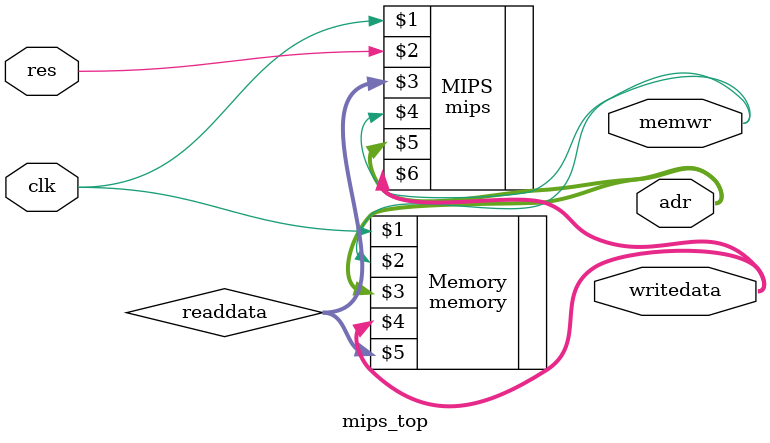
<source format=sv>
`timescale 1ns / 1ps


module mips_top(
    input logic clk,res,
    output logic [31:0]writedata,adr,
    output logic memwr
    );
    logic [31:0] readdata;
    memory Memory(clk,memwr,adr,writedata,readdata);
    mips MIPS(clk,res,readdata,memwr,adr,writedata);
endmodule

</source>
